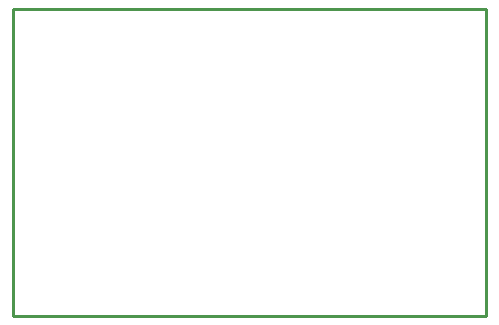
<source format=gko>
G04 Layer: BoardOutlineLayer*
G04 EasyEDA v6.5.22, 2023-02-02 23:18:30*
G04 7e9b6633e63c4f3a8f4973b32acf6046,1155796f3fab4927abb0b91c794f2a8a,10*
G04 Gerber Generator version 0.2*
G04 Scale: 100 percent, Rotated: No, Reflected: No *
G04 Dimensions in millimeters *
G04 leading zeros omitted , absolute positions ,4 integer and 5 decimal *
%FSLAX45Y45*%
%MOMM*%

%ADD10C,0.2540*%
D10*
X699998Y8599982D02*
G01*
X4699990Y8599982D01*
X4699990Y5999987D01*
X699998Y5999987D01*
X699998Y8599982D01*

%LPD*%
M02*

</source>
